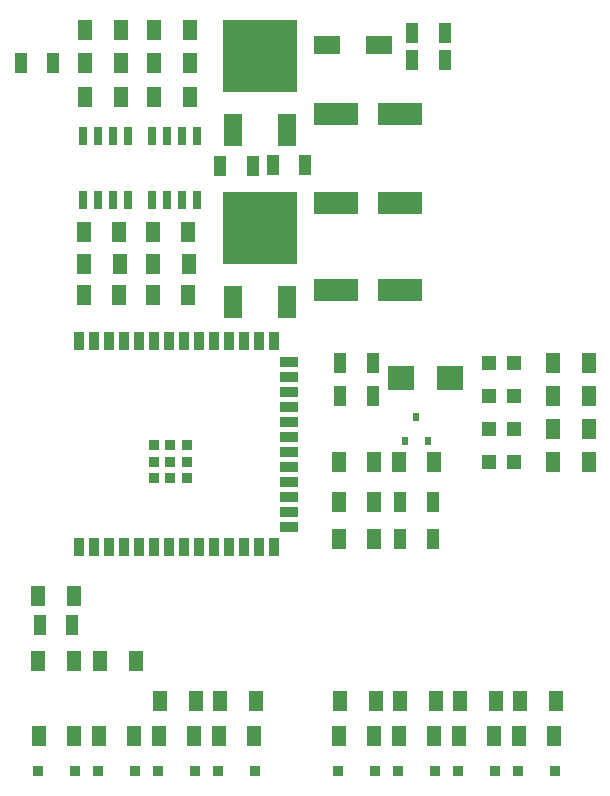
<source format=gbr>
%TF.GenerationSoftware,Altium Limited,Altium Designer,21.4.1 (30)*%
G04 Layer_Color=8421504*
%FSLAX44Y44*%
%MOMM*%
%TF.SameCoordinates,EB49FF53-C53B-41EF-AC46-A12079E47AB4*%
%TF.FilePolarity,Positive*%
%TF.FileFunction,Paste,Top*%
%TF.Part,Single*%
G01*
G75*
%TA.AperFunction,SMDPad,CuDef*%
%ADD10R,2.3000X1.6000*%
%TA.AperFunction,BGAPad,CuDef*%
%ADD11R,0.9000X0.9000*%
%TA.AperFunction,ConnectorPad*%
%ADD12R,0.9000X1.5000*%
%ADD13R,1.5000X0.9000*%
%TA.AperFunction,SMDPad,CuDef*%
%ADD14R,1.2000X1.8000*%
%ADD15R,1.2000X1.2000*%
%ADD16R,1.5000X2.8000*%
%ADD17R,6.3000X6.1000*%
%ADD18R,0.9000X0.9500*%
%ADD19R,1.0200X1.7800*%
%ADD20R,2.2000X2.1000*%
%ADD21R,0.6000X0.7000*%
%ADD22R,3.8000X1.8500*%
%ADD23R,0.6500X1.5250*%
D10*
X329340Y711200D02*
D03*
X285340D02*
D03*
D11*
X138130Y358510D02*
D03*
Y372510D02*
D03*
X152130D02*
D03*
X166130D02*
D03*
Y358510D02*
D03*
Y344510D02*
D03*
X152130D02*
D03*
X138130D02*
D03*
X152130Y358510D02*
D03*
D12*
X74930Y461010D02*
D03*
X87630D02*
D03*
X100330D02*
D03*
X113030D02*
D03*
X125730D02*
D03*
X138430D02*
D03*
X151130D02*
D03*
X163830D02*
D03*
X176530D02*
D03*
X189230D02*
D03*
X201930D02*
D03*
X214630D02*
D03*
X227330D02*
D03*
X240030D02*
D03*
Y286010D02*
D03*
X227330D02*
D03*
X214630D02*
D03*
X201930D02*
D03*
X189230D02*
D03*
X176530D02*
D03*
X163830D02*
D03*
X151130D02*
D03*
X138430D02*
D03*
X125730D02*
D03*
X113030D02*
D03*
X100330D02*
D03*
X87630D02*
D03*
X74930D02*
D03*
D13*
X252530Y443360D02*
D03*
Y430660D02*
D03*
Y417960D02*
D03*
Y405260D02*
D03*
Y392560D02*
D03*
Y379860D02*
D03*
Y367160D02*
D03*
Y354460D02*
D03*
Y341760D02*
D03*
Y329060D02*
D03*
Y316360D02*
D03*
Y303660D02*
D03*
D14*
X506600Y358140D02*
D03*
X476600D02*
D03*
X70640Y245000D02*
D03*
X40640D02*
D03*
X70880Y126350D02*
D03*
X40880D02*
D03*
X142480D02*
D03*
X172480D02*
D03*
X193280D02*
D03*
X223280D02*
D03*
X294880D02*
D03*
X324880D02*
D03*
X345680D02*
D03*
X375680D02*
D03*
X396480D02*
D03*
X426480D02*
D03*
X194550Y156350D02*
D03*
X224550D02*
D03*
X375680Y358140D02*
D03*
X345680D02*
D03*
X294880D02*
D03*
X324880D02*
D03*
X326150Y156350D02*
D03*
X296150D02*
D03*
X173750D02*
D03*
X143750D02*
D03*
X122950Y190000D02*
D03*
X92950D02*
D03*
X121680Y126350D02*
D03*
X91680D02*
D03*
X478790Y156350D02*
D03*
X448790D02*
D03*
X477520Y126350D02*
D03*
X447520D02*
D03*
X427750Y156350D02*
D03*
X397750D02*
D03*
X376950D02*
D03*
X346950D02*
D03*
X506600Y441960D02*
D03*
X476600D02*
D03*
X506490Y386080D02*
D03*
X476490D02*
D03*
X506600Y414020D02*
D03*
X476600D02*
D03*
X294880Y293020D02*
D03*
X324880D02*
D03*
X294880Y324770D02*
D03*
X324880D02*
D03*
X40640Y190000D02*
D03*
X70640D02*
D03*
X80250Y666990D02*
D03*
X110250D02*
D03*
X138670Y667200D02*
D03*
X168670D02*
D03*
X79350Y526020D02*
D03*
X109350D02*
D03*
X137770Y526230D02*
D03*
X167770D02*
D03*
X110250Y696200D02*
D03*
X80250D02*
D03*
X168670Y696410D02*
D03*
X138670D02*
D03*
X79220Y552690D02*
D03*
X109220D02*
D03*
X137640Y552900D02*
D03*
X167640D02*
D03*
X110490Y724140D02*
D03*
X80490D02*
D03*
X168910Y724350D02*
D03*
X138910D02*
D03*
X109220Y499350D02*
D03*
X79220D02*
D03*
X167640Y499560D02*
D03*
X137640D02*
D03*
D15*
X421990Y358140D02*
D03*
X442990D02*
D03*
X421990Y441960D02*
D03*
X442990D02*
D03*
X421990Y414020D02*
D03*
X442990D02*
D03*
X421990Y386080D02*
D03*
X442990D02*
D03*
D16*
X205740Y493760D02*
D03*
X251460D02*
D03*
Y639810D02*
D03*
X205740D02*
D03*
D17*
X228600Y556260D02*
D03*
Y702310D02*
D03*
D18*
X192530Y96350D02*
D03*
X224030D02*
D03*
X325630D02*
D03*
X294130D02*
D03*
X173230D02*
D03*
X141730D02*
D03*
X122430D02*
D03*
X90930D02*
D03*
X478270D02*
D03*
X446770D02*
D03*
X427230D02*
D03*
X395730D02*
D03*
X376430D02*
D03*
X344930D02*
D03*
X40130D02*
D03*
X71630D02*
D03*
D19*
X296080Y441960D02*
D03*
X323680D02*
D03*
X296080Y414020D02*
D03*
X323680D02*
D03*
X346880Y293020D02*
D03*
X374480D02*
D03*
X346880Y324770D02*
D03*
X374480D02*
D03*
X384830Y721505D02*
D03*
X357230D02*
D03*
X384830Y698645D02*
D03*
X357230D02*
D03*
X194360Y609330D02*
D03*
X221960D02*
D03*
X266530Y609600D02*
D03*
X238930D02*
D03*
X25570Y696200D02*
D03*
X53170D02*
D03*
X69440Y220000D02*
D03*
X41840D02*
D03*
D20*
X347800Y429260D02*
D03*
X388800D02*
D03*
D21*
X351180Y376080D02*
D03*
X370180D02*
D03*
X360680Y396080D02*
D03*
D22*
X347040Y504190D02*
D03*
X293040D02*
D03*
X347040Y577850D02*
D03*
X293040D02*
D03*
X347040Y652780D02*
D03*
X293040D02*
D03*
D23*
X78740Y580180D02*
D03*
X91440D02*
D03*
X104140D02*
D03*
X116840D02*
D03*
Y634420D02*
D03*
X104140D02*
D03*
X91440D02*
D03*
X78740D02*
D03*
X137160Y580390D02*
D03*
X149860D02*
D03*
X162560D02*
D03*
X175260D02*
D03*
Y634630D02*
D03*
X162560D02*
D03*
X149860D02*
D03*
X137160D02*
D03*
%TF.MD5,d9ee6562a024b9cd593670e8627757f3*%
M02*

</source>
